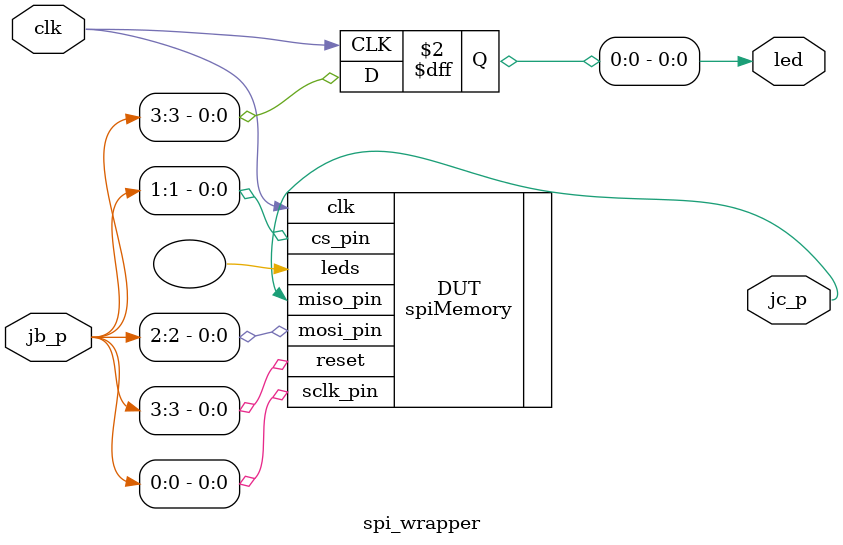
<source format=v>
`timescale 1ns / 1ps


`include "spimemory.v"


module spi_wrapper
(
    input   clk,
    input[3:0] jb_p,
    output jc_p,
    output reg[3:0] led
);


spiMemory DUT(
    .clk(clk),
    .sclk_pin(jb_p[0]),
    .cs_pin(jb_p[1]),
    .mosi_pin(jb_p[2]),
    .reset(jb_p[3]),
    .miso_pin(jc_p),
    .leds()
);

always@(posedge clk)
    led[0] <= jb_p[3];


endmodule
</source>
